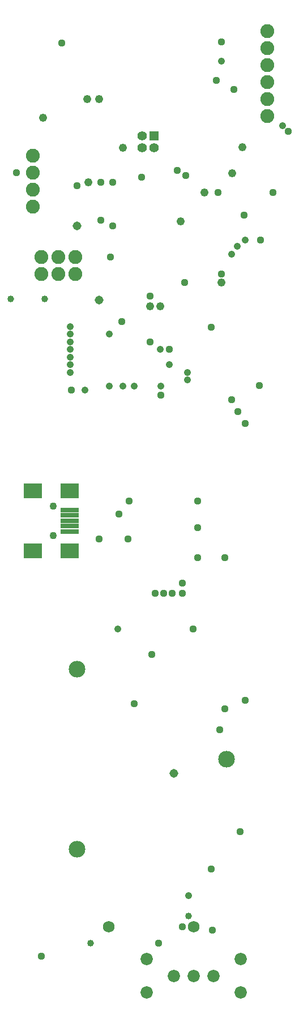
<source format=gbr>
G04 EAGLE Gerber RS-274X export*
G75*
%MOMM*%
%FSLAX34Y34*%
%LPD*%
%INSoldermask Bottom*%
%IPPOS*%
%AMOC8*
5,1,8,0,0,1.08239X$1,22.5*%
G01*
%ADD10C,1.727200*%
%ADD11C,2.493200*%
%ADD12C,2.082800*%
%ADD13R,2.703200X0.703200*%
%ADD14R,2.703200X2.203200*%
%ADD15C,1.103200*%
%ADD16R,1.411200X1.411200*%
%ADD17C,1.411200*%
%ADD18C,1.841500*%
%ADD19C,1.109600*%
%ADD20C,1.309600*%
%ADD21C,1.209600*%
%ADD22C,1.059600*%
%ADD23C,1.009600*%


D10*
X136500Y120588D03*
X263500Y120588D03*
D11*
X312600Y371388D03*
X89100Y506288D03*
X89100Y236588D03*
D12*
X22860Y1198118D03*
X22860Y1223518D03*
X22860Y1248918D03*
X22860Y1274318D03*
X87122Y1122680D03*
X87122Y1097280D03*
X61722Y1122680D03*
X61722Y1097280D03*
X36322Y1122680D03*
X36322Y1097280D03*
X373888Y1460246D03*
X373888Y1434846D03*
X373888Y1409446D03*
X373888Y1384046D03*
X373888Y1358646D03*
X373888Y1333246D03*
D13*
X78340Y728218D03*
X78340Y720218D03*
X78340Y744218D03*
X78340Y736218D03*
D14*
X23340Y773218D03*
X23340Y683218D03*
X78340Y773218D03*
X78340Y683218D03*
D13*
X78340Y712218D03*
D15*
X53340Y706218D03*
X53340Y750218D03*
D16*
X204560Y1303618D03*
D17*
X186600Y1303618D03*
X186600Y1285658D03*
X204560Y1285658D03*
D18*
X263652Y47498D03*
X193802Y22606D03*
X193802Y72390D03*
X333756Y22606D03*
X333756Y72390D03*
X233680Y47498D03*
X293624Y47498D03*
D19*
X289560Y1017778D03*
X338700Y1185418D03*
X289560Y207518D03*
X332740Y263398D03*
X291592Y116078D03*
X35560Y77270D03*
X124460Y1177544D03*
X300482Y1219318D03*
X88900Y1229360D03*
X151960Y738124D03*
X269642Y717698D03*
X269642Y757682D03*
X205740Y619760D03*
X174498Y454152D03*
D20*
X233680Y350520D03*
D19*
X198120Y1064260D03*
X66040Y1442192D03*
X138820Y1122680D03*
X155820Y1026160D03*
X142240Y1168908D03*
X304800Y1097398D03*
X81026Y923544D03*
X214630Y915670D03*
D21*
X38100Y1331078D03*
X121920Y1358900D03*
D19*
X361696Y930148D03*
X363220Y1148080D03*
X263262Y566420D03*
X246380Y635000D03*
X200660Y528320D03*
D22*
X157870Y929640D03*
D19*
X382134Y1219200D03*
X251460Y1244600D03*
X323850Y1372870D03*
X304800Y1443990D03*
D22*
X149860Y566420D03*
D21*
X279400Y1219318D03*
X198120Y1048512D03*
D19*
X250190Y1084580D03*
D21*
X304800Y1084580D03*
X104648Y1358900D03*
X243840Y1176020D03*
X321564Y1247648D03*
D20*
X121920Y1058418D03*
X88900Y1168908D03*
D19*
X227520Y984250D03*
D23*
X40640Y1059688D03*
X-10160Y1059688D03*
D22*
X78740Y972820D03*
X78740Y1018540D03*
X78740Y995680D03*
D19*
X198120Y995680D03*
X-1016Y1248918D03*
D22*
X78740Y984250D03*
X213360Y984250D03*
D21*
X106426Y1234440D03*
D19*
X238760Y1252220D03*
X124460Y1234440D03*
D21*
X157480Y1285658D03*
X336550Y1286510D03*
X213360Y1048512D03*
D22*
X320040Y1126744D03*
D19*
X320040Y909320D03*
D22*
X214630Y929640D03*
X174870Y929640D03*
X101164Y923544D03*
X254000Y939038D03*
D19*
X218440Y619760D03*
X231140Y619760D03*
X121920Y701040D03*
X246380Y619760D03*
X165100Y701040D03*
X297180Y1386840D03*
X405130Y1310640D03*
D22*
X396240Y1318514D03*
X304800Y1415542D03*
X137160Y1007110D03*
D19*
X166878Y757682D03*
D22*
X78740Y1007110D03*
X137160Y929640D03*
D23*
X109220Y96520D03*
D22*
X340360Y1148080D03*
D19*
X340360Y873760D03*
X340360Y459740D03*
X210820Y96520D03*
X246380Y121158D03*
X309880Y447040D03*
X309880Y673100D03*
X269642Y672698D03*
D22*
X256286Y167386D03*
D23*
X256286Y137160D03*
D22*
X329184Y1138936D03*
D19*
X329438Y891540D03*
X302260Y415310D03*
X142240Y1234440D03*
X185420Y1242060D03*
D22*
X78740Y961390D03*
X227520Y961390D03*
X78740Y949960D03*
X254000Y949960D03*
M02*

</source>
